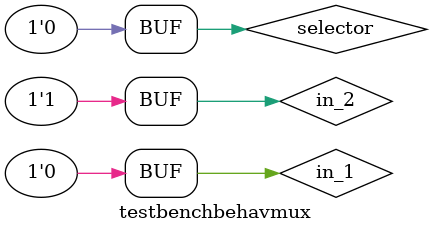
<source format=v>


module notgate(in1,out1);

input wire in1;
output wire out1;
assign out1=~in1;

endmodule



// second module (And or Inverter )

module AOI(in_A,in_B,in_C,in_D,out);

input wire in_A,in_B,in_C,in_D;
output wire out;

wire in_AB,in_CD;

assign in_AB=in_A & in_B;
assign in_CD=in_C & in_D;
assign out= ~ (in_AB | in_CD);

endmodule



module Mux_main(in_A,in_B,selector,out);

input wire in_A,in_B,selector;
output wire out;
wire selafter,outbefore;

notgate g1(selector,sleafter);

AOI aoi(sleafter,in_A,selector,in_B,outbefore);

notgate g2(outbefore,out);

endmodule


module testbenchofstructuralmux();

reg in1,in2,sel;
wire out1;

Mux_main mux1(in1,in2,sel,out1);


initial 
begin

in1=0;
in2=0;
sel=0;

#5
in1=0;
in2=0;
sel=1;

#5
in1=1;
in2=0;
sel=1;

#5
in1=1;
in2=0;
sel=0;


#5
in1=1;
in2=0;
sel=1;


end



endmodule


// behavioural multiplexer

module behMux(in_1,in_2,selector,out);

input wire in_1,in_2,selector;
output wire out;


assign out=(selector==0)?in_1:in_2;


endmodule

module testbenchbehavmux();

reg in_1,in_2,selector;
wire out;

behMux m1(in_1,in_2,selector,out);

initial 
begin

in_1=0;
in_2=0;
selector=0;
#5
in_1=1;
in_2=0;
selector=0;
#5
in_1=1;
in_2=0;
selector=1;
#5
in_1=0;
in_2=1;
selector=0;

end


endmodule



</source>
